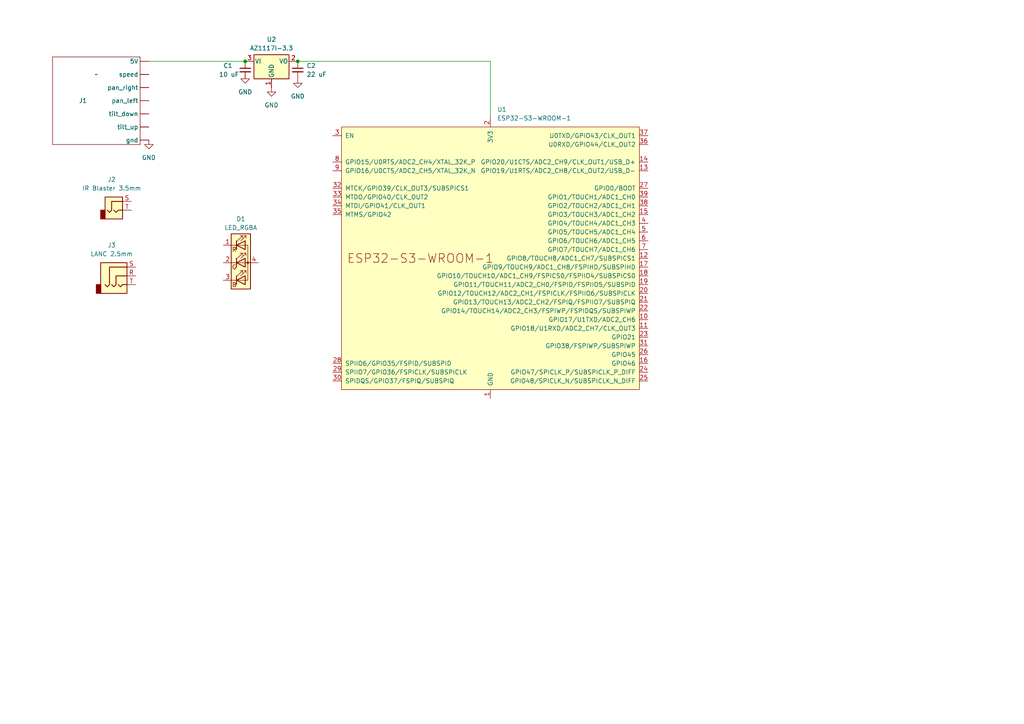
<source format=kicad_sch>
(kicad_sch (version 20230121) (generator eeschema)

  (uuid 98360be2-1f1b-4904-9f9a-1928b68df9c7)

  (paper "A4")

  (lib_symbols
    (symbol "Connector_Audio:AudioJack2" (in_bom yes) (on_board yes)
      (property "Reference" "J" (at 0 8.89 0)
        (effects (font (size 1.27 1.27)))
      )
      (property "Value" "AudioJack2" (at 0 6.35 0)
        (effects (font (size 1.27 1.27)))
      )
      (property "Footprint" "" (at 0 0 0)
        (effects (font (size 1.27 1.27)) hide)
      )
      (property "Datasheet" "~" (at 0 0 0)
        (effects (font (size 1.27 1.27)) hide)
      )
      (property "ki_keywords" "audio jack receptacle mono phone headphone TS connector" (at 0 0 0)
        (effects (font (size 1.27 1.27)) hide)
      )
      (property "ki_description" "Audio Jack, 2 Poles (Mono / TS)" (at 0 0 0)
        (effects (font (size 1.27 1.27)) hide)
      )
      (property "ki_fp_filters" "Jack*" (at 0 0 0)
        (effects (font (size 1.27 1.27)) hide)
      )
      (symbol "AudioJack2_0_1"
        (rectangle (start -3.81 0) (end -2.54 -2.54)
          (stroke (width 0.254) (type default))
          (fill (type outline))
        )
        (rectangle (start -2.54 3.81) (end 2.54 -2.54)
          (stroke (width 0.254) (type default))
          (fill (type background))
        )
        (polyline
          (pts
            (xy 0 0)
            (xy 0.635 -0.635)
            (xy 1.27 0)
            (xy 2.54 0)
          )
          (stroke (width 0.254) (type default))
          (fill (type none))
        )
        (polyline
          (pts
            (xy 2.54 2.54)
            (xy -0.635 2.54)
            (xy -0.635 0)
            (xy -1.27 -0.635)
            (xy -1.905 0)
          )
          (stroke (width 0.254) (type default))
          (fill (type none))
        )
      )
      (symbol "AudioJack2_1_1"
        (pin passive line (at 5.08 2.54 180) (length 2.54)
          (name "~" (effects (font (size 1.27 1.27))))
          (number "S" (effects (font (size 1.27 1.27))))
        )
        (pin passive line (at 5.08 0 180) (length 2.54)
          (name "~" (effects (font (size 1.27 1.27))))
          (number "T" (effects (font (size 1.27 1.27))))
        )
      )
    )
    (symbol "Connector_Audio:AudioJack3" (in_bom yes) (on_board yes)
      (property "Reference" "J" (at 0 8.89 0)
        (effects (font (size 1.27 1.27)))
      )
      (property "Value" "AudioJack3" (at 0 6.35 0)
        (effects (font (size 1.27 1.27)))
      )
      (property "Footprint" "" (at 0 0 0)
        (effects (font (size 1.27 1.27)) hide)
      )
      (property "Datasheet" "~" (at 0 0 0)
        (effects (font (size 1.27 1.27)) hide)
      )
      (property "ki_keywords" "audio jack receptacle stereo headphones phones TRS connector" (at 0 0 0)
        (effects (font (size 1.27 1.27)) hide)
      )
      (property "ki_description" "Audio Jack, 3 Poles (Stereo / TRS)" (at 0 0 0)
        (effects (font (size 1.27 1.27)) hide)
      )
      (property "ki_fp_filters" "Jack*" (at 0 0 0)
        (effects (font (size 1.27 1.27)) hide)
      )
      (symbol "AudioJack3_0_1"
        (rectangle (start -5.08 -5.08) (end -6.35 -2.54)
          (stroke (width 0.254) (type default))
          (fill (type outline))
        )
        (polyline
          (pts
            (xy 0 -2.54)
            (xy 0.635 -3.175)
            (xy 1.27 -2.54)
            (xy 2.54 -2.54)
          )
          (stroke (width 0.254) (type default))
          (fill (type none))
        )
        (polyline
          (pts
            (xy -1.905 -2.54)
            (xy -1.27 -3.175)
            (xy -0.635 -2.54)
            (xy -0.635 0)
            (xy 2.54 0)
          )
          (stroke (width 0.254) (type default))
          (fill (type none))
        )
        (polyline
          (pts
            (xy 2.54 2.54)
            (xy -2.54 2.54)
            (xy -2.54 -2.54)
            (xy -3.175 -3.175)
            (xy -3.81 -2.54)
          )
          (stroke (width 0.254) (type default))
          (fill (type none))
        )
        (rectangle (start 2.54 3.81) (end -5.08 -5.08)
          (stroke (width 0.254) (type default))
          (fill (type background))
        )
      )
      (symbol "AudioJack3_1_1"
        (pin passive line (at 5.08 0 180) (length 2.54)
          (name "~" (effects (font (size 1.27 1.27))))
          (number "R" (effects (font (size 1.27 1.27))))
        )
        (pin passive line (at 5.08 2.54 180) (length 2.54)
          (name "~" (effects (font (size 1.27 1.27))))
          (number "S" (effects (font (size 1.27 1.27))))
        )
        (pin passive line (at 5.08 -2.54 180) (length 2.54)
          (name "~" (effects (font (size 1.27 1.27))))
          (number "T" (effects (font (size 1.27 1.27))))
        )
      )
    )
    (symbol "Device:C_Small" (pin_numbers hide) (pin_names (offset 0.254) hide) (in_bom yes) (on_board yes)
      (property "Reference" "C" (at 0.254 1.778 0)
        (effects (font (size 1.27 1.27)) (justify left))
      )
      (property "Value" "C_Small" (at 0.254 -2.032 0)
        (effects (font (size 1.27 1.27)) (justify left))
      )
      (property "Footprint" "" (at 0 0 0)
        (effects (font (size 1.27 1.27)) hide)
      )
      (property "Datasheet" "~" (at 0 0 0)
        (effects (font (size 1.27 1.27)) hide)
      )
      (property "ki_keywords" "capacitor cap" (at 0 0 0)
        (effects (font (size 1.27 1.27)) hide)
      )
      (property "ki_description" "Unpolarized capacitor, small symbol" (at 0 0 0)
        (effects (font (size 1.27 1.27)) hide)
      )
      (property "ki_fp_filters" "C_*" (at 0 0 0)
        (effects (font (size 1.27 1.27)) hide)
      )
      (symbol "C_Small_0_1"
        (polyline
          (pts
            (xy -1.524 -0.508)
            (xy 1.524 -0.508)
          )
          (stroke (width 0.3302) (type default))
          (fill (type none))
        )
        (polyline
          (pts
            (xy -1.524 0.508)
            (xy 1.524 0.508)
          )
          (stroke (width 0.3048) (type default))
          (fill (type none))
        )
      )
      (symbol "C_Small_1_1"
        (pin passive line (at 0 2.54 270) (length 2.032)
          (name "~" (effects (font (size 1.27 1.27))))
          (number "1" (effects (font (size 1.27 1.27))))
        )
        (pin passive line (at 0 -2.54 90) (length 2.032)
          (name "~" (effects (font (size 1.27 1.27))))
          (number "2" (effects (font (size 1.27 1.27))))
        )
      )
    )
    (symbol "Device:LED_RGBA" (pin_names (offset 0) hide) (in_bom yes) (on_board yes)
      (property "Reference" "D" (at 0 9.398 0)
        (effects (font (size 1.27 1.27)))
      )
      (property "Value" "LED_RGBA" (at 0 -8.89 0)
        (effects (font (size 1.27 1.27)))
      )
      (property "Footprint" "" (at 0 -1.27 0)
        (effects (font (size 1.27 1.27)) hide)
      )
      (property "Datasheet" "~" (at 0 -1.27 0)
        (effects (font (size 1.27 1.27)) hide)
      )
      (property "ki_keywords" "LED RGB diode" (at 0 0 0)
        (effects (font (size 1.27 1.27)) hide)
      )
      (property "ki_description" "RGB LED, red/green/blue/anode" (at 0 0 0)
        (effects (font (size 1.27 1.27)) hide)
      )
      (property "ki_fp_filters" "LED* LED_SMD:* LED_THT:*" (at 0 0 0)
        (effects (font (size 1.27 1.27)) hide)
      )
      (symbol "LED_RGBA_0_0"
        (text "B" (at -1.905 -6.35 0)
          (effects (font (size 1.27 1.27)))
        )
        (text "G" (at -1.905 -1.27 0)
          (effects (font (size 1.27 1.27)))
        )
        (text "R" (at -1.905 3.81 0)
          (effects (font (size 1.27 1.27)))
        )
      )
      (symbol "LED_RGBA_0_1"
        (polyline
          (pts
            (xy -1.27 -5.08)
            (xy -2.54 -5.08)
          )
          (stroke (width 0) (type default))
          (fill (type none))
        )
        (polyline
          (pts
            (xy -1.27 -5.08)
            (xy 1.27 -5.08)
          )
          (stroke (width 0) (type default))
          (fill (type none))
        )
        (polyline
          (pts
            (xy -1.27 -3.81)
            (xy -1.27 -6.35)
          )
          (stroke (width 0.254) (type default))
          (fill (type none))
        )
        (polyline
          (pts
            (xy -1.27 0)
            (xy -2.54 0)
          )
          (stroke (width 0) (type default))
          (fill (type none))
        )
        (polyline
          (pts
            (xy -1.27 1.27)
            (xy -1.27 -1.27)
          )
          (stroke (width 0.254) (type default))
          (fill (type none))
        )
        (polyline
          (pts
            (xy -1.27 5.08)
            (xy -2.54 5.08)
          )
          (stroke (width 0) (type default))
          (fill (type none))
        )
        (polyline
          (pts
            (xy -1.27 5.08)
            (xy 1.27 5.08)
          )
          (stroke (width 0) (type default))
          (fill (type none))
        )
        (polyline
          (pts
            (xy -1.27 6.35)
            (xy -1.27 3.81)
          )
          (stroke (width 0.254) (type default))
          (fill (type none))
        )
        (polyline
          (pts
            (xy 1.27 0)
            (xy -1.27 0)
          )
          (stroke (width 0) (type default))
          (fill (type none))
        )
        (polyline
          (pts
            (xy 1.27 0)
            (xy 2.54 0)
          )
          (stroke (width 0) (type default))
          (fill (type none))
        )
        (polyline
          (pts
            (xy -1.27 1.27)
            (xy -1.27 -1.27)
            (xy -1.27 -1.27)
          )
          (stroke (width 0) (type default))
          (fill (type none))
        )
        (polyline
          (pts
            (xy -1.27 6.35)
            (xy -1.27 3.81)
            (xy -1.27 3.81)
          )
          (stroke (width 0) (type default))
          (fill (type none))
        )
        (polyline
          (pts
            (xy 1.27 -5.08)
            (xy 2.032 -5.08)
            (xy 2.032 5.08)
            (xy 1.27 5.08)
          )
          (stroke (width 0) (type default))
          (fill (type none))
        )
        (polyline
          (pts
            (xy 1.27 -3.81)
            (xy 1.27 -6.35)
            (xy -1.27 -5.08)
            (xy 1.27 -3.81)
          )
          (stroke (width 0.254) (type default))
          (fill (type none))
        )
        (polyline
          (pts
            (xy 1.27 1.27)
            (xy 1.27 -1.27)
            (xy -1.27 0)
            (xy 1.27 1.27)
          )
          (stroke (width 0.254) (type default))
          (fill (type none))
        )
        (polyline
          (pts
            (xy 1.27 6.35)
            (xy 1.27 3.81)
            (xy -1.27 5.08)
            (xy 1.27 6.35)
          )
          (stroke (width 0.254) (type default))
          (fill (type none))
        )
        (polyline
          (pts
            (xy -1.016 -3.81)
            (xy 0.508 -2.286)
            (xy -0.254 -2.286)
            (xy 0.508 -2.286)
            (xy 0.508 -3.048)
          )
          (stroke (width 0) (type default))
          (fill (type none))
        )
        (polyline
          (pts
            (xy -1.016 1.27)
            (xy 0.508 2.794)
            (xy -0.254 2.794)
            (xy 0.508 2.794)
            (xy 0.508 2.032)
          )
          (stroke (width 0) (type default))
          (fill (type none))
        )
        (polyline
          (pts
            (xy -1.016 6.35)
            (xy 0.508 7.874)
            (xy -0.254 7.874)
            (xy 0.508 7.874)
            (xy 0.508 7.112)
          )
          (stroke (width 0) (type default))
          (fill (type none))
        )
        (polyline
          (pts
            (xy 0 -3.81)
            (xy 1.524 -2.286)
            (xy 0.762 -2.286)
            (xy 1.524 -2.286)
            (xy 1.524 -3.048)
          )
          (stroke (width 0) (type default))
          (fill (type none))
        )
        (polyline
          (pts
            (xy 0 1.27)
            (xy 1.524 2.794)
            (xy 0.762 2.794)
            (xy 1.524 2.794)
            (xy 1.524 2.032)
          )
          (stroke (width 0) (type default))
          (fill (type none))
        )
        (polyline
          (pts
            (xy 0 6.35)
            (xy 1.524 7.874)
            (xy 0.762 7.874)
            (xy 1.524 7.874)
            (xy 1.524 7.112)
          )
          (stroke (width 0) (type default))
          (fill (type none))
        )
        (rectangle (start 1.27 -1.27) (end 1.27 1.27)
          (stroke (width 0) (type default))
          (fill (type none))
        )
        (rectangle (start 1.27 1.27) (end 1.27 1.27)
          (stroke (width 0) (type default))
          (fill (type none))
        )
        (rectangle (start 1.27 3.81) (end 1.27 6.35)
          (stroke (width 0) (type default))
          (fill (type none))
        )
        (rectangle (start 1.27 6.35) (end 1.27 6.35)
          (stroke (width 0) (type default))
          (fill (type none))
        )
        (circle (center 2.032 0) (radius 0.254)
          (stroke (width 0) (type default))
          (fill (type outline))
        )
        (rectangle (start 2.794 8.382) (end -2.794 -7.62)
          (stroke (width 0.254) (type default))
          (fill (type background))
        )
      )
      (symbol "LED_RGBA_1_1"
        (pin passive line (at -5.08 5.08 0) (length 2.54)
          (name "RK" (effects (font (size 1.27 1.27))))
          (number "1" (effects (font (size 1.27 1.27))))
        )
        (pin passive line (at -5.08 0 0) (length 2.54)
          (name "GK" (effects (font (size 1.27 1.27))))
          (number "2" (effects (font (size 1.27 1.27))))
        )
        (pin passive line (at -5.08 -5.08 0) (length 2.54)
          (name "BK" (effects (font (size 1.27 1.27))))
          (number "3" (effects (font (size 1.27 1.27))))
        )
        (pin passive line (at 5.08 0 180) (length 2.54)
          (name "A" (effects (font (size 1.27 1.27))))
          (number "4" (effects (font (size 1.27 1.27))))
        )
      )
    )
    (symbol "Espressif:ESP32-S3-WROOM-1" (pin_names (offset 1.016)) (in_bom yes) (on_board yes)
      (property "Reference" "U" (at -43.18 43.18 0)
        (effects (font (size 1.27 1.27)) (justify left))
      )
      (property "Value" "ESP32-S3-WROOM-1" (at -43.18 40.64 0)
        (effects (font (size 1.27 1.27)) (justify left))
      )
      (property "Footprint" "Espressif:ESP32-S3-WROOM-1" (at 2.54 -48.26 0)
        (effects (font (size 1.27 1.27)) hide)
      )
      (property "Datasheet" "https://www.espressif.com/sites/default/files/documentation/esp32-s3-wroom-1_wroom-1u_datasheet_en.pdf" (at 2.54 -50.8 0)
        (effects (font (size 1.27 1.27)) hide)
      )
      (property "ki_description" "2.4 GHz WiFi (802.11 b/g/n) and Bluetooth ® 5 (LE) module Built around ESP32S3 series of SoCs, Xtensa ® dualcore 32bit LX7 microprocessor Flash up to 16 MB, PSRAM up to 8 MB 36 GPIOs, rich set of peripherals Onboard PCB antenna" (at 0 0 0)
        (effects (font (size 1.27 1.27)) hide)
      )
      (symbol "ESP32-S3-WROOM-1_0_0"
        (text "ESP32-S3-WROOM-1" (at -20.32 0 0)
          (effects (font (size 2.54 2.54)))
        )
        (pin power_in line (at 0 -40.64 90) (length 2.54)
          (name "GND" (effects (font (size 1.27 1.27))))
          (number "1" (effects (font (size 1.27 1.27))))
        )
        (pin bidirectional line (at 45.72 -17.78 180) (length 2.54)
          (name "GPIO17/U1TXD/ADC2_CH6" (effects (font (size 1.27 1.27))))
          (number "10" (effects (font (size 1.27 1.27))))
        )
        (pin bidirectional line (at 45.72 -20.32 180) (length 2.54)
          (name "GPIO18/U1RXD/ADC2_CH7/CLK_OUT3" (effects (font (size 1.27 1.27))))
          (number "11" (effects (font (size 1.27 1.27))))
        )
        (pin bidirectional line (at 45.72 0 180) (length 2.54)
          (name "GPIO8/TOUCH8/ADC1_CH7/SUBSPICS1" (effects (font (size 1.27 1.27))))
          (number "12" (effects (font (size 1.27 1.27))))
        )
        (pin bidirectional line (at 45.72 25.4 180) (length 2.54)
          (name "GPIO19/U1RTS/ADC2_CH8/CLK_OUT2/USB_D-" (effects (font (size 1.27 1.27))))
          (number "13" (effects (font (size 1.27 1.27))))
        )
        (pin bidirectional line (at 45.72 27.94 180) (length 2.54)
          (name "GPIO20/U1CTS/ADC2_CH9/CLK_OUT1/USB_D+" (effects (font (size 1.27 1.27))))
          (number "14" (effects (font (size 1.27 1.27))))
        )
        (pin bidirectional line (at 45.72 12.7 180) (length 2.54)
          (name "GPIO3/TOUCH3/ADC1_CH2" (effects (font (size 1.27 1.27))))
          (number "15" (effects (font (size 1.27 1.27))))
        )
        (pin bidirectional line (at 45.72 -30.48 180) (length 2.54)
          (name "GPIO46" (effects (font (size 1.27 1.27))))
          (number "16" (effects (font (size 1.27 1.27))))
        )
        (pin bidirectional line (at 45.72 -2.54 180) (length 2.54)
          (name "GPIO9/TOUCH9/ADC1_CH8/FSPIHD/SUBSPIHD" (effects (font (size 1.27 1.27))))
          (number "17" (effects (font (size 1.27 1.27))))
        )
        (pin bidirectional line (at 45.72 -5.08 180) (length 2.54)
          (name "GPIO10/TOUCH10/ADC1_CH9/FSPICS0/FSPIIO4/SUBSPICS0" (effects (font (size 1.27 1.27))))
          (number "18" (effects (font (size 1.27 1.27))))
        )
        (pin bidirectional line (at 45.72 -7.62 180) (length 2.54)
          (name "GPIO11/TOUCH11/ADC2_CH0/FSPID/FSPIIO5/SUBSPID" (effects (font (size 1.27 1.27))))
          (number "19" (effects (font (size 1.27 1.27))))
        )
        (pin power_in line (at 0 40.64 270) (length 2.54)
          (name "3V3" (effects (font (size 1.27 1.27))))
          (number "2" (effects (font (size 1.27 1.27))))
        )
        (pin bidirectional line (at 45.72 -10.16 180) (length 2.54)
          (name "GPIO12/TOUCH12/ADC2_CH1/FSPICLK/FSPIIO6/SUBSPICLK" (effects (font (size 1.27 1.27))))
          (number "20" (effects (font (size 1.27 1.27))))
        )
        (pin bidirectional line (at 45.72 -12.7 180) (length 2.54)
          (name "GPIO13/TOUCH13/ADC2_CH2/FSPIQ/FSPIIO7/SUBSPIQ" (effects (font (size 1.27 1.27))))
          (number "21" (effects (font (size 1.27 1.27))))
        )
        (pin bidirectional line (at 45.72 -15.24 180) (length 2.54)
          (name "GPIO14/TOUCH14/ADC2_CH3/FSPIWP/FSPIDQS/SUBSPIWP" (effects (font (size 1.27 1.27))))
          (number "22" (effects (font (size 1.27 1.27))))
        )
        (pin bidirectional line (at 45.72 -22.86 180) (length 2.54)
          (name "GPIO21" (effects (font (size 1.27 1.27))))
          (number "23" (effects (font (size 1.27 1.27))))
        )
        (pin bidirectional line (at 45.72 -33.02 180) (length 2.54)
          (name "GPIO47/SPICLK_P/SUBSPICLK_P_DIFF" (effects (font (size 1.27 1.27))))
          (number "24" (effects (font (size 1.27 1.27))))
        )
        (pin bidirectional line (at 45.72 -35.56 180) (length 2.54)
          (name "GPIO48/SPICLK_N/SUBSPICLK_N_DIFF" (effects (font (size 1.27 1.27))))
          (number "25" (effects (font (size 1.27 1.27))))
        )
        (pin bidirectional line (at 45.72 -27.94 180) (length 2.54)
          (name "GPIO45" (effects (font (size 1.27 1.27))))
          (number "26" (effects (font (size 1.27 1.27))))
        )
        (pin bidirectional line (at 45.72 20.32 180) (length 2.54)
          (name "GPIO0/BOOT" (effects (font (size 1.27 1.27))))
          (number "27" (effects (font (size 1.27 1.27))))
        )
        (pin bidirectional line (at -45.72 -30.48 0) (length 2.54)
          (name "SPIIO6/GPIO35/FSPID/SUBSPID" (effects (font (size 1.27 1.27))))
          (number "28" (effects (font (size 1.27 1.27))))
        )
        (pin bidirectional line (at -45.72 -33.02 0) (length 2.54)
          (name "SPIIO7/GPIO36/FSPICLK/SUBSPICLK" (effects (font (size 1.27 1.27))))
          (number "29" (effects (font (size 1.27 1.27))))
        )
        (pin input line (at -45.72 35.56 0) (length 2.54)
          (name "EN" (effects (font (size 1.27 1.27))))
          (number "3" (effects (font (size 1.27 1.27))))
        )
        (pin bidirectional line (at -45.72 -35.56 0) (length 2.54)
          (name "SPIDQS/GPIO37/FSPIQ/SUBSPIQ" (effects (font (size 1.27 1.27))))
          (number "30" (effects (font (size 1.27 1.27))))
        )
        (pin bidirectional line (at 45.72 -25.4 180) (length 2.54)
          (name "GPIO38/FSPIWP/SUBSPIWP" (effects (font (size 1.27 1.27))))
          (number "31" (effects (font (size 1.27 1.27))))
        )
        (pin bidirectional line (at -45.72 20.32 0) (length 2.54)
          (name "MTCK/GPIO39/CLK_OUT3/SUBSPICS1" (effects (font (size 1.27 1.27))))
          (number "32" (effects (font (size 1.27 1.27))))
        )
        (pin bidirectional line (at -45.72 17.78 0) (length 2.54)
          (name "MTDO/GPIO40/CLK_OUT2" (effects (font (size 1.27 1.27))))
          (number "33" (effects (font (size 1.27 1.27))))
        )
        (pin bidirectional line (at -45.72 15.24 0) (length 2.54)
          (name "MTDI/GPIO41/CLK_OUT1" (effects (font (size 1.27 1.27))))
          (number "34" (effects (font (size 1.27 1.27))))
        )
        (pin bidirectional line (at -45.72 12.7 0) (length 2.54)
          (name "MTMS/GPIO42" (effects (font (size 1.27 1.27))))
          (number "35" (effects (font (size 1.27 1.27))))
        )
        (pin bidirectional line (at 45.72 33.02 180) (length 2.54)
          (name "U0RXD/GPIO44/CLK_OUT2" (effects (font (size 1.27 1.27))))
          (number "36" (effects (font (size 1.27 1.27))))
        )
        (pin bidirectional line (at 45.72 35.56 180) (length 2.54)
          (name "U0TXD/GPIO43/CLK_OUT1" (effects (font (size 1.27 1.27))))
          (number "37" (effects (font (size 1.27 1.27))))
        )
        (pin bidirectional line (at 45.72 15.24 180) (length 2.54)
          (name "GPIO2/TOUCH2/ADC1_CH1" (effects (font (size 1.27 1.27))))
          (number "38" (effects (font (size 1.27 1.27))))
        )
        (pin bidirectional line (at 45.72 17.78 180) (length 2.54)
          (name "GPIO1/TOUCH1/ADC1_CH0" (effects (font (size 1.27 1.27))))
          (number "39" (effects (font (size 1.27 1.27))))
        )
        (pin bidirectional line (at 45.72 10.16 180) (length 2.54)
          (name "GPIO4/TOUCH4/ADC1_CH3" (effects (font (size 1.27 1.27))))
          (number "4" (effects (font (size 1.27 1.27))))
        )
        (pin passive line (at 0 -40.64 90) (length 2.54) hide
          (name "GND" (effects (font (size 1.27 1.27))))
          (number "40" (effects (font (size 1.27 1.27))))
        )
        (pin passive line (at 0 -40.64 90) (length 2.54) hide
          (name "GND" (effects (font (size 1.27 1.27))))
          (number "41" (effects (font (size 1.27 1.27))))
        )
        (pin bidirectional line (at 45.72 7.62 180) (length 2.54)
          (name "GPIO5/TOUCH5/ADC1_CH4" (effects (font (size 1.27 1.27))))
          (number "5" (effects (font (size 1.27 1.27))))
        )
        (pin bidirectional line (at 45.72 5.08 180) (length 2.54)
          (name "GPIO6/TOUCH6/ADC1_CH5" (effects (font (size 1.27 1.27))))
          (number "6" (effects (font (size 1.27 1.27))))
        )
        (pin bidirectional line (at 45.72 2.54 180) (length 2.54)
          (name "GPIO7/TOUCH7/ADC1_CH6" (effects (font (size 1.27 1.27))))
          (number "7" (effects (font (size 1.27 1.27))))
        )
        (pin bidirectional line (at -45.72 27.94 0) (length 2.54)
          (name "GPIO15/U0RTS/ADC2_CH4/XTAL_32K_P" (effects (font (size 1.27 1.27))))
          (number "8" (effects (font (size 1.27 1.27))))
        )
        (pin bidirectional line (at -45.72 25.4 0) (length 2.54)
          (name "GPIO16/U0CTS/ADC2_CH5/XTAL_32K_N" (effects (font (size 1.27 1.27))))
          (number "9" (effects (font (size 1.27 1.27))))
        )
      )
      (symbol "ESP32-S3-WROOM-1_0_1"
        (rectangle (start -43.18 38.1) (end 43.18 -38.1)
          (stroke (width 0) (type default))
          (fill (type background))
        )
      )
    )
    (symbol "Regulator_Linear:AZ1117-3.3" (pin_names (offset 0.254)) (in_bom yes) (on_board yes)
      (property "Reference" "U" (at -3.81 3.175 0)
        (effects (font (size 1.27 1.27)))
      )
      (property "Value" "AZ1117-3.3" (at 0 3.175 0)
        (effects (font (size 1.27 1.27)) (justify left))
      )
      (property "Footprint" "" (at 0 6.35 0)
        (effects (font (size 1.27 1.27) italic) hide)
      )
      (property "Datasheet" "https://www.diodes.com/assets/Datasheets/AZ1117.pdf" (at 0 0 0)
        (effects (font (size 1.27 1.27)) hide)
      )
      (property "ki_keywords" "Fixed Voltage Regulator 1A Positive LDO" (at 0 0 0)
        (effects (font (size 1.27 1.27)) hide)
      )
      (property "ki_description" "1A 20V Fixed LDO Linear Regulator, 3.3V, SOT-89/SOT-223/TO-220/TO-252/TO-263" (at 0 0 0)
        (effects (font (size 1.27 1.27)) hide)
      )
      (property "ki_fp_filters" "SOT?223* SOT?89* TO?220* TO?252* TO?263*" (at 0 0 0)
        (effects (font (size 1.27 1.27)) hide)
      )
      (symbol "AZ1117-3.3_0_1"
        (rectangle (start -5.08 1.905) (end 5.08 -5.08)
          (stroke (width 0.254) (type default))
          (fill (type background))
        )
      )
      (symbol "AZ1117-3.3_1_1"
        (pin power_in line (at 0 -7.62 90) (length 2.54)
          (name "GND" (effects (font (size 1.27 1.27))))
          (number "1" (effects (font (size 1.27 1.27))))
        )
        (pin power_out line (at 7.62 0 180) (length 2.54)
          (name "VO" (effects (font (size 1.27 1.27))))
          (number "2" (effects (font (size 1.27 1.27))))
        )
        (pin power_in line (at -7.62 0 0) (length 2.54)
          (name "VI" (effects (font (size 1.27 1.27))))
          (number "3" (effects (font (size 1.27 1.27))))
        )
      )
    )
    (symbol "power:GND" (power) (pin_names (offset 0)) (in_bom yes) (on_board yes)
      (property "Reference" "#PWR" (at 0 -6.35 0)
        (effects (font (size 1.27 1.27)) hide)
      )
      (property "Value" "GND" (at 0 -3.81 0)
        (effects (font (size 1.27 1.27)))
      )
      (property "Footprint" "" (at 0 0 0)
        (effects (font (size 1.27 1.27)) hide)
      )
      (property "Datasheet" "" (at 0 0 0)
        (effects (font (size 1.27 1.27)) hide)
      )
      (property "ki_keywords" "global power" (at 0 0 0)
        (effects (font (size 1.27 1.27)) hide)
      )
      (property "ki_description" "Power symbol creates a global label with name \"GND\" , ground" (at 0 0 0)
        (effects (font (size 1.27 1.27)) hide)
      )
      (symbol "GND_0_1"
        (polyline
          (pts
            (xy 0 0)
            (xy 0 -1.27)
            (xy 1.27 -1.27)
            (xy 0 -2.54)
            (xy -1.27 -1.27)
            (xy 0 -1.27)
          )
          (stroke (width 0) (type default))
          (fill (type none))
        )
      )
      (symbol "GND_1_1"
        (pin power_in line (at 0 0 270) (length 0) hide
          (name "GND" (effects (font (size 1.27 1.27))))
          (number "1" (effects (font (size 1.27 1.27))))
        )
      )
    )
    (symbol "pt_board_symbols:bescor_7pd_interface" (in_bom yes) (on_board yes)
      (property "Reference" "J" (at -5.08 0 0)
        (effects (font (size 1.27 1.27)))
      )
      (property "Value" "" (at 15.24 8.89 0)
        (effects (font (size 1.27 1.27)))
      )
      (property "Footprint" "" (at 15.24 8.89 0)
        (effects (font (size 1.27 1.27)) hide)
      )
      (property "Datasheet" "" (at 15.24 8.89 0)
        (effects (font (size 1.27 1.27)) hide)
      )
      (property "ki_locked" "" (at 0 0 0)
        (effects (font (size 1.27 1.27)))
      )
      (symbol "bescor_7pd_interface_0_0"
        (pin power_in line (at 15.24 11.43 180) (length 2.54)
          (name "5V" (effects (font (size 1.27 1.27))))
          (number "" (effects (font (size 1.27 1.27))))
        )
        (pin power_in line (at 15.24 -11.43 180) (length 2.54)
          (name "gnd" (effects (font (size 1.27 1.27))))
          (number "" (effects (font (size 1.27 1.27))))
        )
        (pin output line (at 15.24 0 180) (length 2.54)
          (name "pan_left" (effects (font (size 1.27 1.27))))
          (number "" (effects (font (size 1.27 1.27))))
        )
        (pin output line (at 15.24 3.81 180) (length 2.54)
          (name "pan_right" (effects (font (size 1.27 1.27))))
          (number "" (effects (font (size 1.27 1.27))))
        )
        (pin output line (at 15.24 7.62 180) (length 2.54)
          (name "speed" (effects (font (size 1.27 1.27))))
          (number "" (effects (font (size 1.27 1.27))))
        )
        (pin output line (at 15.24 -3.81 180) (length 2.54)
          (name "tilt_down" (effects (font (size 1.27 1.27))))
          (number "" (effects (font (size 1.27 1.27))))
        )
        (pin output line (at 15.24 -7.62 180) (length 2.54)
          (name "tilt_up" (effects (font (size 1.27 1.27))))
          (number "" (effects (font (size 1.27 1.27))))
        )
      )
      (symbol "bescor_7pd_interface_1_1"
        (rectangle (start -12.7 -12.7) (end 12.7 -12.7)
          (stroke (width 0) (type default))
          (fill (type none))
        )
        (rectangle (start -12.7 12.7) (end -12.7 -12.7)
          (stroke (width 0) (type default))
          (fill (type none))
        )
        (rectangle (start -12.7 12.7) (end 12.7 12.7)
          (stroke (width 0) (type default))
          (fill (type none))
        )
        (rectangle (start 12.7 12.7) (end 12.7 -12.7)
          (stroke (width 0) (type default))
          (fill (type none))
        )
      )
    )
  )

  (junction (at 86.36 17.78) (diameter 0) (color 0 0 0 0)
    (uuid 374b9f34-54b6-47d0-a81b-0e226eaad4e9)
  )
  (junction (at 71.12 17.78) (diameter 0) (color 0 0 0 0)
    (uuid 989da1bf-c94a-4a6e-bcb9-7b14334f6740)
  )

  (wire (pts (xy 43.18 17.78) (xy 71.12 17.78))
    (stroke (width 0) (type default))
    (uuid 4eaeabb6-df35-4283-8ca8-e162e72da255)
  )
  (wire (pts (xy 142.24 34.29) (xy 142.24 17.78))
    (stroke (width 0) (type default))
    (uuid 55658d99-742d-4bd3-9141-c4b65e7bc96f)
  )
  (wire (pts (xy 86.36 17.78) (xy 142.24 17.78))
    (stroke (width 0) (type default))
    (uuid 8c9d1aa0-1aed-447b-85d3-b32710b01a13)
  )
  (wire (pts (xy 71.12 22.86) (xy 71.12 21.59))
    (stroke (width 0) (type default))
    (uuid f44c400c-80b1-4924-88f9-5ff5d9f5f697)
  )

  (symbol (lib_id "power:GND") (at 78.74 25.4 0) (unit 1)
    (in_bom yes) (on_board yes) (dnp no) (fields_autoplaced)
    (uuid 117fcf0f-e5b8-4e87-8c7f-9f9b3b5b09ef)
    (property "Reference" "#PWR01" (at 78.74 31.75 0)
      (effects (font (size 1.27 1.27)) hide)
    )
    (property "Value" "GND" (at 78.74 30.48 0)
      (effects (font (size 1.27 1.27)))
    )
    (property "Footprint" "" (at 78.74 25.4 0)
      (effects (font (size 1.27 1.27)) hide)
    )
    (property "Datasheet" "" (at 78.74 25.4 0)
      (effects (font (size 1.27 1.27)) hide)
    )
    (pin "1" (uuid b47379be-49cd-47b2-83b4-3057183a881f))
    (instances
      (project "pt_board"
        (path "/98360be2-1f1b-4904-9f9a-1928b68df9c7"
          (reference "#PWR01") (unit 1)
        )
      )
    )
  )

  (symbol (lib_id "Connector_Audio:AudioJack3") (at 34.29 80.01 0) (unit 1)
    (in_bom yes) (on_board yes) (dnp no) (fields_autoplaced)
    (uuid 23efd98d-44eb-4d19-9645-10fc568761af)
    (property "Reference" "J3" (at 32.385 71.12 0)
      (effects (font (size 1.27 1.27)))
    )
    (property "Value" "LANC 2.5mm" (at 32.385 73.66 0)
      (effects (font (size 1.27 1.27)))
    )
    (property "Footprint" "" (at 34.29 80.01 0)
      (effects (font (size 1.27 1.27)) hide)
    )
    (property "Datasheet" "~" (at 34.29 80.01 0)
      (effects (font (size 1.27 1.27)) hide)
    )
    (pin "R" (uuid 8472eb47-d2c6-4b9f-9407-361256096d63))
    (pin "S" (uuid d4eb1598-1a5c-4c69-9085-8f2728c3c721))
    (pin "T" (uuid aa8383a9-86cd-4eb7-844b-b5f69c426371))
    (instances
      (project "pt_board"
        (path "/98360be2-1f1b-4904-9f9a-1928b68df9c7"
          (reference "J3") (unit 1)
        )
      )
    )
  )

  (symbol (lib_id "Regulator_Linear:AZ1117-3.3") (at 78.74 17.78 0) (unit 1)
    (in_bom yes) (on_board yes) (dnp no) (fields_autoplaced)
    (uuid 3e037b1a-c8e8-4923-9ca2-ddcf9b3543c3)
    (property "Reference" "U2" (at 78.74 11.43 0)
      (effects (font (size 1.27 1.27)))
    )
    (property "Value" "AZ1117I-3.3" (at 78.74 13.97 0)
      (effects (font (size 1.27 1.27)))
    )
    (property "Footprint" "" (at 78.74 11.43 0)
      (effects (font (size 1.27 1.27) italic) hide)
    )
    (property "Datasheet" "https://www.diodes.com/assets/Datasheets/AZ1117.pdf" (at 78.74 17.78 0)
      (effects (font (size 1.27 1.27)) hide)
    )
    (pin "1" (uuid e1fb9a3a-eaa0-4327-82f8-d087dbfa1db5))
    (pin "2" (uuid 30dc1e03-7fd9-4d18-b680-6f656b0774ea))
    (pin "3" (uuid f0431c26-c193-4319-9d17-101c68326023))
    (instances
      (project "pt_board"
        (path "/98360be2-1f1b-4904-9f9a-1928b68df9c7"
          (reference "U2") (unit 1)
        )
      )
    )
  )

  (symbol (lib_id "Device:LED_RGBA") (at 69.85 76.2 0) (unit 1)
    (in_bom yes) (on_board yes) (dnp no) (fields_autoplaced)
    (uuid 5c517317-7741-4d9d-9daf-92541df0a94c)
    (property "Reference" "D1" (at 69.85 63.5 0)
      (effects (font (size 1.27 1.27)))
    )
    (property "Value" "LED_RGBA" (at 69.85 66.04 0)
      (effects (font (size 1.27 1.27)))
    )
    (property "Footprint" "" (at 69.85 77.47 0)
      (effects (font (size 1.27 1.27)) hide)
    )
    (property "Datasheet" "~" (at 69.85 77.47 0)
      (effects (font (size 1.27 1.27)) hide)
    )
    (pin "1" (uuid b6152434-47c7-4dfa-8fb2-781bbbae7680))
    (pin "2" (uuid e79af2ab-0ba3-46d2-a29a-78f94ce2a34f))
    (pin "3" (uuid 3254d1d4-c8eb-4208-bdaa-64ffe321906d))
    (pin "4" (uuid e8c57f2d-b97e-4909-9938-7c6cd5d688b2))
    (instances
      (project "pt_board"
        (path "/98360be2-1f1b-4904-9f9a-1928b68df9c7"
          (reference "D1") (unit 1)
        )
      )
    )
  )

  (symbol (lib_id "pt_board_symbols:bescor_7pd_interface") (at 27.94 29.21 0) (unit 1)
    (in_bom yes) (on_board yes) (dnp no)
    (uuid 664e0a4a-1c11-477f-9ddb-a7ee673d98d2)
    (property "Reference" "J1" (at 22.86 29.21 0)
      (effects (font (size 1.27 1.27)) (justify left))
    )
    (property "Value" "~" (at 27.94 21.59 0)
      (effects (font (size 1.27 1.27)))
    )
    (property "Footprint" "" (at 27.94 21.59 0)
      (effects (font (size 1.27 1.27)) hide)
    )
    (property "Datasheet" "" (at 27.94 21.59 0)
      (effects (font (size 1.27 1.27)) hide)
    )
    (pin "" (uuid 9b4178ae-c34a-4a5f-b807-8c76de14dec9))
    (pin "" (uuid 9b4178ae-c34a-4a5f-b807-8c76de14dec9))
    (pin "" (uuid 9b4178ae-c34a-4a5f-b807-8c76de14dec9))
    (pin "" (uuid 9b4178ae-c34a-4a5f-b807-8c76de14dec9))
    (pin "" (uuid 9b4178ae-c34a-4a5f-b807-8c76de14dec9))
    (pin "" (uuid 9b4178ae-c34a-4a5f-b807-8c76de14dec9))
    (pin "" (uuid 9b4178ae-c34a-4a5f-b807-8c76de14dec9))
    (instances
      (project "pt_board"
        (path "/98360be2-1f1b-4904-9f9a-1928b68df9c7"
          (reference "J1") (unit 1)
        )
      )
    )
  )

  (symbol (lib_id "Device:C_Small") (at 86.36 20.32 0) (unit 1)
    (in_bom yes) (on_board yes) (dnp no) (fields_autoplaced)
    (uuid 7f79a250-b699-4429-b30a-325463122000)
    (property "Reference" "C2" (at 88.9 19.0563 0)
      (effects (font (size 1.27 1.27)) (justify left))
    )
    (property "Value" "22 uF" (at 88.9 21.5963 0)
      (effects (font (size 1.27 1.27)) (justify left))
    )
    (property "Footprint" "" (at 86.36 20.32 0)
      (effects (font (size 1.27 1.27)) hide)
    )
    (property "Datasheet" "~" (at 86.36 20.32 0)
      (effects (font (size 1.27 1.27)) hide)
    )
    (pin "1" (uuid 1ecf7925-08a2-49d1-b45b-3e517b01a171))
    (pin "2" (uuid a2d5017d-1ccc-4b2a-8028-047a084b0e06))
    (instances
      (project "pt_board"
        (path "/98360be2-1f1b-4904-9f9a-1928b68df9c7"
          (reference "C2") (unit 1)
        )
      )
    )
  )

  (symbol (lib_id "power:GND") (at 43.18 40.64 0) (unit 1)
    (in_bom yes) (on_board yes) (dnp no) (fields_autoplaced)
    (uuid 8a6c0b7a-747c-455d-93c2-7e1bfba50ab8)
    (property "Reference" "#PWR04" (at 43.18 46.99 0)
      (effects (font (size 1.27 1.27)) hide)
    )
    (property "Value" "GND" (at 43.18 45.72 0)
      (effects (font (size 1.27 1.27)))
    )
    (property "Footprint" "" (at 43.18 40.64 0)
      (effects (font (size 1.27 1.27)) hide)
    )
    (property "Datasheet" "" (at 43.18 40.64 0)
      (effects (font (size 1.27 1.27)) hide)
    )
    (pin "1" (uuid 10ddd01d-ca4c-40b8-b064-85d28565dc0c))
    (instances
      (project "pt_board"
        (path "/98360be2-1f1b-4904-9f9a-1928b68df9c7"
          (reference "#PWR04") (unit 1)
        )
      )
    )
  )

  (symbol (lib_id "Connector_Audio:AudioJack2") (at 33.02 60.96 0) (unit 1)
    (in_bom yes) (on_board yes) (dnp no) (fields_autoplaced)
    (uuid 8b432f8c-7d2a-4830-962c-4ba03e5d8252)
    (property "Reference" "J2" (at 32.385 52.07 0)
      (effects (font (size 1.27 1.27)))
    )
    (property "Value" "IR Blaster 3.5mm" (at 32.385 54.61 0)
      (effects (font (size 1.27 1.27)))
    )
    (property "Footprint" "" (at 33.02 60.96 0)
      (effects (font (size 1.27 1.27)) hide)
    )
    (property "Datasheet" "~" (at 33.02 60.96 0)
      (effects (font (size 1.27 1.27)) hide)
    )
    (pin "S" (uuid 9a2e915d-9d5c-471c-8b7f-b4320ffaeb2c))
    (pin "T" (uuid e6298fbd-b4b1-482f-a907-f45e6bcb9353))
    (instances
      (project "pt_board"
        (path "/98360be2-1f1b-4904-9f9a-1928b68df9c7"
          (reference "J2") (unit 1)
        )
      )
    )
  )

  (symbol (lib_id "Espressif:ESP32-S3-WROOM-1") (at 142.24 74.93 0) (unit 1)
    (in_bom yes) (on_board yes) (dnp no) (fields_autoplaced)
    (uuid 9627161f-c759-4e8a-880c-8e4b139859bf)
    (property "Reference" "U1" (at 144.1959 31.75 0)
      (effects (font (size 1.27 1.27)) (justify left))
    )
    (property "Value" "ESP32-S3-WROOM-1" (at 144.1959 34.29 0)
      (effects (font (size 1.27 1.27)) (justify left))
    )
    (property "Footprint" "Espressif:ESP32-S3-MINI-1U" (at 144.78 123.19 0)
      (effects (font (size 1.27 1.27)) hide)
    )
    (property "Datasheet" "https://www.espressif.com/sites/default/files/documentation/esp32-s3-wroom-1_wroom-1u_datasheet_en.pdf" (at 144.78 125.73 0)
      (effects (font (size 1.27 1.27)) hide)
    )
    (pin "1" (uuid 4226627b-f25a-4e32-bdf4-d7c2f99bc8d1))
    (pin "10" (uuid d6dcd5bd-9470-4005-b3e1-c3cef571e0a2))
    (pin "11" (uuid 28e97da9-516e-4e55-afa1-b64e17ead07a))
    (pin "12" (uuid eb64b876-05e2-47f4-962f-441230549196))
    (pin "13" (uuid 27260cd4-8d22-4c17-8ea9-f08fc86d0d7b))
    (pin "14" (uuid 1511ba3d-19e2-4395-aef1-68565edef055))
    (pin "15" (uuid 84769684-ee22-4cbf-a3c9-ec0fe001fcd9))
    (pin "16" (uuid a5ee40e5-1245-4f9e-96f0-0b6059f496e1))
    (pin "17" (uuid 1b3ac91d-208c-43ce-8f8b-32289a968581))
    (pin "18" (uuid 495e8c71-928f-43cb-bfa9-b07ca41bc3df))
    (pin "19" (uuid c18950d0-610a-4a9c-9b5d-b70d0a4c1f42))
    (pin "2" (uuid 4a0e3bd5-64bd-48cd-a983-7271834a419f))
    (pin "20" (uuid 1d070992-15d9-4876-85e0-16b811b725bb))
    (pin "21" (uuid 077e27b4-4865-426a-83e3-9738851c6d2b))
    (pin "22" (uuid f21e5a77-8dfe-4f0e-8ec8-40702349156b))
    (pin "23" (uuid 1b6e987e-60c0-46ff-b3c4-f01f405c92c4))
    (pin "24" (uuid a204ef33-4974-495b-b4fc-380884fb3ad3))
    (pin "25" (uuid 174a95c9-b21a-48d6-80e5-70813846db86))
    (pin "26" (uuid 6723436c-d396-423c-a713-17476fc52df0))
    (pin "27" (uuid 4766ad7e-5757-4fa3-8275-fb03f87c8bcc))
    (pin "28" (uuid 98a8b3a0-e5c5-44cf-b435-f6fc5798f927))
    (pin "29" (uuid c26c0f08-d809-4dea-8962-d0c36e77580d))
    (pin "3" (uuid 8846b1c9-8106-4c3c-8a36-04b6753a1491))
    (pin "30" (uuid 2593af17-79ed-48eb-8e80-976ce193b526))
    (pin "31" (uuid 9c749ec3-62e2-4637-9bed-1832757e7b38))
    (pin "32" (uuid 8f56bb9e-96e2-408d-90d8-59dddff50e7a))
    (pin "33" (uuid 5d1def16-59ea-4c0c-b2ed-5001fc952a5d))
    (pin "34" (uuid 82c2fd2e-0758-4cd9-a330-656f592d9904))
    (pin "35" (uuid 6cf7d746-55df-48e1-8680-3fbb87a2bd58))
    (pin "36" (uuid da106a2a-81b5-4581-a076-5df90af75e14))
    (pin "37" (uuid 2b4e648c-856b-42b9-accb-4e512f9de34b))
    (pin "38" (uuid 7540ea40-fa9b-466f-88a2-ea9223b2ae07))
    (pin "39" (uuid d3263711-e019-43b4-8310-98d613b54da7))
    (pin "4" (uuid b4ef85c7-6161-41df-abde-1ff886473751))
    (pin "40" (uuid 8a8643b5-6ce6-4ac9-a271-5a95c0f6b34e))
    (pin "41" (uuid c761bfd7-5c86-491c-8690-ab6fff033419))
    (pin "5" (uuid 9103f650-ffdc-4378-bbb2-b0f351079932))
    (pin "6" (uuid 7e6341cb-9f8f-4611-af1e-05b187cf3f30))
    (pin "7" (uuid d42e6855-aab0-4970-ae9e-56c7fadf3553))
    (pin "8" (uuid 4d131451-5880-41b1-9cbb-bb1bca4d9652))
    (pin "9" (uuid d0fdb98c-2a5a-46f6-b0b7-b6ae6077aac3))
    (instances
      (project "pt_board"
        (path "/98360be2-1f1b-4904-9f9a-1928b68df9c7"
          (reference "U1") (unit 1)
        )
      )
    )
  )

  (symbol (lib_id "power:GND") (at 86.36 22.86 0) (unit 1)
    (in_bom yes) (on_board yes) (dnp no) (fields_autoplaced)
    (uuid adfb3da1-b53e-4be8-bfba-b636e56cb354)
    (property "Reference" "#PWR03" (at 86.36 29.21 0)
      (effects (font (size 1.27 1.27)) hide)
    )
    (property "Value" "GND" (at 86.36 27.94 0)
      (effects (font (size 1.27 1.27)))
    )
    (property "Footprint" "" (at 86.36 22.86 0)
      (effects (font (size 1.27 1.27)) hide)
    )
    (property "Datasheet" "" (at 86.36 22.86 0)
      (effects (font (size 1.27 1.27)) hide)
    )
    (pin "1" (uuid e0edf7fa-b66e-421b-9e4b-44435ab38d85))
    (instances
      (project "pt_board"
        (path "/98360be2-1f1b-4904-9f9a-1928b68df9c7"
          (reference "#PWR03") (unit 1)
        )
      )
    )
  )

  (symbol (lib_id "Device:C_Small") (at 71.12 20.32 0) (unit 1)
    (in_bom yes) (on_board yes) (dnp no)
    (uuid b29ace22-0e76-42ce-9b46-161bff0d8ef1)
    (property "Reference" "C1" (at 64.77 19.05 0)
      (effects (font (size 1.27 1.27)) (justify left))
    )
    (property "Value" "10 uF" (at 63.5 21.59 0)
      (effects (font (size 1.27 1.27)) (justify left))
    )
    (property "Footprint" "" (at 71.12 20.32 0)
      (effects (font (size 1.27 1.27)) hide)
    )
    (property "Datasheet" "~" (at 71.12 20.32 0)
      (effects (font (size 1.27 1.27)) hide)
    )
    (pin "1" (uuid 440f416a-f3e4-4ec8-b503-cf60bec2c9d8))
    (pin "2" (uuid 01ffa5ee-e0d0-4a73-84a9-856afa286831))
    (instances
      (project "pt_board"
        (path "/98360be2-1f1b-4904-9f9a-1928b68df9c7"
          (reference "C1") (unit 1)
        )
      )
    )
  )

  (symbol (lib_id "power:GND") (at 71.12 21.59 0) (unit 1)
    (in_bom yes) (on_board yes) (dnp no) (fields_autoplaced)
    (uuid c7deeb2b-a4fb-43ae-a86f-7ac1e27d1ad9)
    (property "Reference" "#PWR02" (at 71.12 27.94 0)
      (effects (font (size 1.27 1.27)) hide)
    )
    (property "Value" "GND" (at 71.12 26.67 0)
      (effects (font (size 1.27 1.27)))
    )
    (property "Footprint" "" (at 71.12 21.59 0)
      (effects (font (size 1.27 1.27)) hide)
    )
    (property "Datasheet" "" (at 71.12 21.59 0)
      (effects (font (size 1.27 1.27)) hide)
    )
    (pin "1" (uuid e795104c-c500-4788-8046-3467f0d7ed58))
    (instances
      (project "pt_board"
        (path "/98360be2-1f1b-4904-9f9a-1928b68df9c7"
          (reference "#PWR02") (unit 1)
        )
      )
    )
  )

  (sheet_instances
    (path "/" (page "1"))
  )
)

</source>
